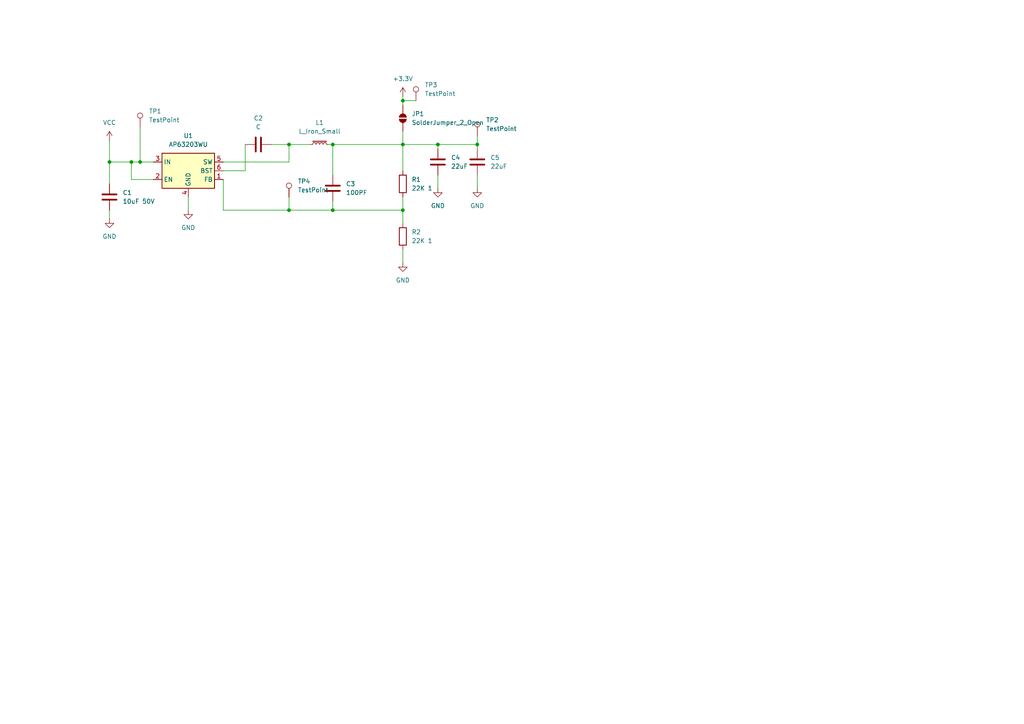
<source format=kicad_sch>
(kicad_sch
	(version 20231120)
	(generator "eeschema")
	(generator_version "8.0")
	(uuid "ed6a9fca-0d02-478b-9b2b-74985ce58bd4")
	(paper "A4")
	(lib_symbols
		(symbol "Connector:TestPoint"
			(pin_numbers hide)
			(pin_names
				(offset 0.762) hide)
			(exclude_from_sim no)
			(in_bom yes)
			(on_board yes)
			(property "Reference" "TP"
				(at 0 6.858 0)
				(effects
					(font
						(size 1.27 1.27)
					)
				)
			)
			(property "Value" "TestPoint"
				(at 0 5.08 0)
				(effects
					(font
						(size 1.27 1.27)
					)
				)
			)
			(property "Footprint" ""
				(at 5.08 0 0)
				(effects
					(font
						(size 1.27 1.27)
					)
					(hide yes)
				)
			)
			(property "Datasheet" "~"
				(at 5.08 0 0)
				(effects
					(font
						(size 1.27 1.27)
					)
					(hide yes)
				)
			)
			(property "Description" "test point"
				(at 0 0 0)
				(effects
					(font
						(size 1.27 1.27)
					)
					(hide yes)
				)
			)
			(property "ki_keywords" "test point tp"
				(at 0 0 0)
				(effects
					(font
						(size 1.27 1.27)
					)
					(hide yes)
				)
			)
			(property "ki_fp_filters" "Pin* Test*"
				(at 0 0 0)
				(effects
					(font
						(size 1.27 1.27)
					)
					(hide yes)
				)
			)
			(symbol "TestPoint_0_1"
				(circle
					(center 0 3.302)
					(radius 0.762)
					(stroke
						(width 0)
						(type default)
					)
					(fill
						(type none)
					)
				)
			)
			(symbol "TestPoint_1_1"
				(pin passive line
					(at 0 0 90)
					(length 2.54)
					(name "1"
						(effects
							(font
								(size 1.27 1.27)
							)
						)
					)
					(number "1"
						(effects
							(font
								(size 1.27 1.27)
							)
						)
					)
				)
			)
		)
		(symbol "Device:C"
			(pin_numbers hide)
			(pin_names
				(offset 0.254)
			)
			(exclude_from_sim no)
			(in_bom yes)
			(on_board yes)
			(property "Reference" "C"
				(at 0.635 2.54 0)
				(effects
					(font
						(size 1.27 1.27)
					)
					(justify left)
				)
			)
			(property "Value" "C"
				(at 0.635 -2.54 0)
				(effects
					(font
						(size 1.27 1.27)
					)
					(justify left)
				)
			)
			(property "Footprint" ""
				(at 0.9652 -3.81 0)
				(effects
					(font
						(size 1.27 1.27)
					)
					(hide yes)
				)
			)
			(property "Datasheet" "~"
				(at 0 0 0)
				(effects
					(font
						(size 1.27 1.27)
					)
					(hide yes)
				)
			)
			(property "Description" "Unpolarized capacitor"
				(at 0 0 0)
				(effects
					(font
						(size 1.27 1.27)
					)
					(hide yes)
				)
			)
			(property "ki_keywords" "cap capacitor"
				(at 0 0 0)
				(effects
					(font
						(size 1.27 1.27)
					)
					(hide yes)
				)
			)
			(property "ki_fp_filters" "C_*"
				(at 0 0 0)
				(effects
					(font
						(size 1.27 1.27)
					)
					(hide yes)
				)
			)
			(symbol "C_0_1"
				(polyline
					(pts
						(xy -2.032 -0.762) (xy 2.032 -0.762)
					)
					(stroke
						(width 0.508)
						(type default)
					)
					(fill
						(type none)
					)
				)
				(polyline
					(pts
						(xy -2.032 0.762) (xy 2.032 0.762)
					)
					(stroke
						(width 0.508)
						(type default)
					)
					(fill
						(type none)
					)
				)
			)
			(symbol "C_1_1"
				(pin passive line
					(at 0 3.81 270)
					(length 2.794)
					(name "~"
						(effects
							(font
								(size 1.27 1.27)
							)
						)
					)
					(number "1"
						(effects
							(font
								(size 1.27 1.27)
							)
						)
					)
				)
				(pin passive line
					(at 0 -3.81 90)
					(length 2.794)
					(name "~"
						(effects
							(font
								(size 1.27 1.27)
							)
						)
					)
					(number "2"
						(effects
							(font
								(size 1.27 1.27)
							)
						)
					)
				)
			)
		)
		(symbol "Device:L_Iron_Small"
			(pin_numbers hide)
			(pin_names
				(offset 0.254) hide)
			(exclude_from_sim no)
			(in_bom yes)
			(on_board yes)
			(property "Reference" "L"
				(at 1.27 1.016 0)
				(effects
					(font
						(size 1.27 1.27)
					)
					(justify left)
				)
			)
			(property "Value" "L_Iron_Small"
				(at 1.27 -1.27 0)
				(effects
					(font
						(size 1.27 1.27)
					)
					(justify left)
				)
			)
			(property "Footprint" ""
				(at 0 0 0)
				(effects
					(font
						(size 1.27 1.27)
					)
					(hide yes)
				)
			)
			(property "Datasheet" "~"
				(at 0 0 0)
				(effects
					(font
						(size 1.27 1.27)
					)
					(hide yes)
				)
			)
			(property "Description" "Inductor with iron core, small symbol"
				(at 0 0 0)
				(effects
					(font
						(size 1.27 1.27)
					)
					(hide yes)
				)
			)
			(property "ki_keywords" "inductor choke coil reactor magnetic"
				(at 0 0 0)
				(effects
					(font
						(size 1.27 1.27)
					)
					(hide yes)
				)
			)
			(property "ki_fp_filters" "Choke_* *Coil* Inductor_* L_*"
				(at 0 0 0)
				(effects
					(font
						(size 1.27 1.27)
					)
					(hide yes)
				)
			)
			(symbol "L_Iron_Small_0_1"
				(arc
					(start 0 -2.032)
					(mid 0.5058 -1.524)
					(end 0 -1.016)
					(stroke
						(width 0)
						(type default)
					)
					(fill
						(type none)
					)
				)
				(arc
					(start 0 -1.016)
					(mid 0.5058 -0.508)
					(end 0 0)
					(stroke
						(width 0)
						(type default)
					)
					(fill
						(type none)
					)
				)
				(polyline
					(pts
						(xy 0.762 2.032) (xy 0.762 -2.032)
					)
					(stroke
						(width 0)
						(type default)
					)
					(fill
						(type none)
					)
				)
				(polyline
					(pts
						(xy 1.016 -2.032) (xy 1.016 2.032)
					)
					(stroke
						(width 0)
						(type default)
					)
					(fill
						(type none)
					)
				)
				(arc
					(start 0 0)
					(mid 0.5058 0.508)
					(end 0 1.016)
					(stroke
						(width 0)
						(type default)
					)
					(fill
						(type none)
					)
				)
				(arc
					(start 0 1.016)
					(mid 0.5058 1.524)
					(end 0 2.032)
					(stroke
						(width 0)
						(type default)
					)
					(fill
						(type none)
					)
				)
			)
			(symbol "L_Iron_Small_1_1"
				(pin passive line
					(at 0 2.54 270)
					(length 0.508)
					(name "~"
						(effects
							(font
								(size 1.27 1.27)
							)
						)
					)
					(number "1"
						(effects
							(font
								(size 1.27 1.27)
							)
						)
					)
				)
				(pin passive line
					(at 0 -2.54 90)
					(length 0.508)
					(name "~"
						(effects
							(font
								(size 1.27 1.27)
							)
						)
					)
					(number "2"
						(effects
							(font
								(size 1.27 1.27)
							)
						)
					)
				)
			)
		)
		(symbol "Device:R"
			(pin_numbers hide)
			(pin_names
				(offset 0)
			)
			(exclude_from_sim no)
			(in_bom yes)
			(on_board yes)
			(property "Reference" "R"
				(at 2.032 0 90)
				(effects
					(font
						(size 1.27 1.27)
					)
				)
			)
			(property "Value" "R"
				(at 0 0 90)
				(effects
					(font
						(size 1.27 1.27)
					)
				)
			)
			(property "Footprint" ""
				(at -1.778 0 90)
				(effects
					(font
						(size 1.27 1.27)
					)
					(hide yes)
				)
			)
			(property "Datasheet" "~"
				(at 0 0 0)
				(effects
					(font
						(size 1.27 1.27)
					)
					(hide yes)
				)
			)
			(property "Description" "Resistor"
				(at 0 0 0)
				(effects
					(font
						(size 1.27 1.27)
					)
					(hide yes)
				)
			)
			(property "ki_keywords" "R res resistor"
				(at 0 0 0)
				(effects
					(font
						(size 1.27 1.27)
					)
					(hide yes)
				)
			)
			(property "ki_fp_filters" "R_*"
				(at 0 0 0)
				(effects
					(font
						(size 1.27 1.27)
					)
					(hide yes)
				)
			)
			(symbol "R_0_1"
				(rectangle
					(start -1.016 -2.54)
					(end 1.016 2.54)
					(stroke
						(width 0.254)
						(type default)
					)
					(fill
						(type none)
					)
				)
			)
			(symbol "R_1_1"
				(pin passive line
					(at 0 3.81 270)
					(length 1.27)
					(name "~"
						(effects
							(font
								(size 1.27 1.27)
							)
						)
					)
					(number "1"
						(effects
							(font
								(size 1.27 1.27)
							)
						)
					)
				)
				(pin passive line
					(at 0 -3.81 90)
					(length 1.27)
					(name "~"
						(effects
							(font
								(size 1.27 1.27)
							)
						)
					)
					(number "2"
						(effects
							(font
								(size 1.27 1.27)
							)
						)
					)
				)
			)
		)
		(symbol "Jumper:SolderJumper_2_Open"
			(pin_numbers hide)
			(pin_names
				(offset 0) hide)
			(exclude_from_sim yes)
			(in_bom no)
			(on_board yes)
			(property "Reference" "JP"
				(at 0 2.032 0)
				(effects
					(font
						(size 1.27 1.27)
					)
				)
			)
			(property "Value" "SolderJumper_2_Open"
				(at 0 -2.54 0)
				(effects
					(font
						(size 1.27 1.27)
					)
				)
			)
			(property "Footprint" ""
				(at 0 0 0)
				(effects
					(font
						(size 1.27 1.27)
					)
					(hide yes)
				)
			)
			(property "Datasheet" "~"
				(at 0 0 0)
				(effects
					(font
						(size 1.27 1.27)
					)
					(hide yes)
				)
			)
			(property "Description" "Solder Jumper, 2-pole, open"
				(at 0 0 0)
				(effects
					(font
						(size 1.27 1.27)
					)
					(hide yes)
				)
			)
			(property "ki_keywords" "solder jumper SPST"
				(at 0 0 0)
				(effects
					(font
						(size 1.27 1.27)
					)
					(hide yes)
				)
			)
			(property "ki_fp_filters" "SolderJumper*Open*"
				(at 0 0 0)
				(effects
					(font
						(size 1.27 1.27)
					)
					(hide yes)
				)
			)
			(symbol "SolderJumper_2_Open_0_1"
				(arc
					(start -0.254 1.016)
					(mid -1.2656 0)
					(end -0.254 -1.016)
					(stroke
						(width 0)
						(type default)
					)
					(fill
						(type none)
					)
				)
				(arc
					(start -0.254 1.016)
					(mid -1.2656 0)
					(end -0.254 -1.016)
					(stroke
						(width 0)
						(type default)
					)
					(fill
						(type outline)
					)
				)
				(polyline
					(pts
						(xy -0.254 1.016) (xy -0.254 -1.016)
					)
					(stroke
						(width 0)
						(type default)
					)
					(fill
						(type none)
					)
				)
				(polyline
					(pts
						(xy 0.254 1.016) (xy 0.254 -1.016)
					)
					(stroke
						(width 0)
						(type default)
					)
					(fill
						(type none)
					)
				)
				(arc
					(start 0.254 -1.016)
					(mid 1.2656 0)
					(end 0.254 1.016)
					(stroke
						(width 0)
						(type default)
					)
					(fill
						(type none)
					)
				)
				(arc
					(start 0.254 -1.016)
					(mid 1.2656 0)
					(end 0.254 1.016)
					(stroke
						(width 0)
						(type default)
					)
					(fill
						(type outline)
					)
				)
			)
			(symbol "SolderJumper_2_Open_1_1"
				(pin passive line
					(at -3.81 0 0)
					(length 2.54)
					(name "A"
						(effects
							(font
								(size 1.27 1.27)
							)
						)
					)
					(number "1"
						(effects
							(font
								(size 1.27 1.27)
							)
						)
					)
				)
				(pin passive line
					(at 3.81 0 180)
					(length 2.54)
					(name "B"
						(effects
							(font
								(size 1.27 1.27)
							)
						)
					)
					(number "2"
						(effects
							(font
								(size 1.27 1.27)
							)
						)
					)
				)
			)
		)
		(symbol "Regulator_Switching:AP63203WU"
			(exclude_from_sim no)
			(in_bom yes)
			(on_board yes)
			(property "Reference" "U"
				(at -7.62 6.35 0)
				(effects
					(font
						(size 1.27 1.27)
					)
				)
			)
			(property "Value" "AP63203WU"
				(at 2.54 6.35 0)
				(effects
					(font
						(size 1.27 1.27)
					)
				)
			)
			(property "Footprint" "Package_TO_SOT_SMD:TSOT-23-6"
				(at 0 -22.86 0)
				(effects
					(font
						(size 1.27 1.27)
					)
					(hide yes)
				)
			)
			(property "Datasheet" "https://www.diodes.com/assets/Datasheets/AP63200-AP63201-AP63203-AP63205.pdf"
				(at 0 0 0)
				(effects
					(font
						(size 1.27 1.27)
					)
					(hide yes)
				)
			)
			(property "Description" "2A, 1.1MHz Buck DC/DC Converter, fixed 3.3V output voltage, TSOT-23-6"
				(at 0 0 0)
				(effects
					(font
						(size 1.27 1.27)
					)
					(hide yes)
				)
			)
			(property "ki_keywords" "2A Buck DC/DC"
				(at 0 0 0)
				(effects
					(font
						(size 1.27 1.27)
					)
					(hide yes)
				)
			)
			(property "ki_fp_filters" "TSOT?23*"
				(at 0 0 0)
				(effects
					(font
						(size 1.27 1.27)
					)
					(hide yes)
				)
			)
			(symbol "AP63203WU_0_1"
				(rectangle
					(start -7.62 5.08)
					(end 7.62 -5.08)
					(stroke
						(width 0.254)
						(type default)
					)
					(fill
						(type background)
					)
				)
			)
			(symbol "AP63203WU_1_1"
				(pin input line
					(at 10.16 -2.54 180)
					(length 2.54)
					(name "FB"
						(effects
							(font
								(size 1.27 1.27)
							)
						)
					)
					(number "1"
						(effects
							(font
								(size 1.27 1.27)
							)
						)
					)
				)
				(pin input line
					(at -10.16 -2.54 0)
					(length 2.54)
					(name "EN"
						(effects
							(font
								(size 1.27 1.27)
							)
						)
					)
					(number "2"
						(effects
							(font
								(size 1.27 1.27)
							)
						)
					)
				)
				(pin power_in line
					(at -10.16 2.54 0)
					(length 2.54)
					(name "IN"
						(effects
							(font
								(size 1.27 1.27)
							)
						)
					)
					(number "3"
						(effects
							(font
								(size 1.27 1.27)
							)
						)
					)
				)
				(pin power_in line
					(at 0 -7.62 90)
					(length 2.54)
					(name "GND"
						(effects
							(font
								(size 1.27 1.27)
							)
						)
					)
					(number "4"
						(effects
							(font
								(size 1.27 1.27)
							)
						)
					)
				)
				(pin output line
					(at 10.16 2.54 180)
					(length 2.54)
					(name "SW"
						(effects
							(font
								(size 1.27 1.27)
							)
						)
					)
					(number "5"
						(effects
							(font
								(size 1.27 1.27)
							)
						)
					)
				)
				(pin passive line
					(at 10.16 0 180)
					(length 2.54)
					(name "BST"
						(effects
							(font
								(size 1.27 1.27)
							)
						)
					)
					(number "6"
						(effects
							(font
								(size 1.27 1.27)
							)
						)
					)
				)
			)
		)
		(symbol "power:+3.3V"
			(power)
			(pin_numbers hide)
			(pin_names
				(offset 0) hide)
			(exclude_from_sim no)
			(in_bom yes)
			(on_board yes)
			(property "Reference" "#PWR"
				(at 0 -3.81 0)
				(effects
					(font
						(size 1.27 1.27)
					)
					(hide yes)
				)
			)
			(property "Value" "+3.3V"
				(at 0 3.556 0)
				(effects
					(font
						(size 1.27 1.27)
					)
				)
			)
			(property "Footprint" ""
				(at 0 0 0)
				(effects
					(font
						(size 1.27 1.27)
					)
					(hide yes)
				)
			)
			(property "Datasheet" ""
				(at 0 0 0)
				(effects
					(font
						(size 1.27 1.27)
					)
					(hide yes)
				)
			)
			(property "Description" "Power symbol creates a global label with name \"+3.3V\""
				(at 0 0 0)
				(effects
					(font
						(size 1.27 1.27)
					)
					(hide yes)
				)
			)
			(property "ki_keywords" "global power"
				(at 0 0 0)
				(effects
					(font
						(size 1.27 1.27)
					)
					(hide yes)
				)
			)
			(symbol "+3.3V_0_1"
				(polyline
					(pts
						(xy -0.762 1.27) (xy 0 2.54)
					)
					(stroke
						(width 0)
						(type default)
					)
					(fill
						(type none)
					)
				)
				(polyline
					(pts
						(xy 0 0) (xy 0 2.54)
					)
					(stroke
						(width 0)
						(type default)
					)
					(fill
						(type none)
					)
				)
				(polyline
					(pts
						(xy 0 2.54) (xy 0.762 1.27)
					)
					(stroke
						(width 0)
						(type default)
					)
					(fill
						(type none)
					)
				)
			)
			(symbol "+3.3V_1_1"
				(pin power_in line
					(at 0 0 90)
					(length 0)
					(name "~"
						(effects
							(font
								(size 1.27 1.27)
							)
						)
					)
					(number "1"
						(effects
							(font
								(size 1.27 1.27)
							)
						)
					)
				)
			)
		)
		(symbol "power:GND"
			(power)
			(pin_numbers hide)
			(pin_names
				(offset 0) hide)
			(exclude_from_sim no)
			(in_bom yes)
			(on_board yes)
			(property "Reference" "#PWR"
				(at 0 -6.35 0)
				(effects
					(font
						(size 1.27 1.27)
					)
					(hide yes)
				)
			)
			(property "Value" "GND"
				(at 0 -3.81 0)
				(effects
					(font
						(size 1.27 1.27)
					)
				)
			)
			(property "Footprint" ""
				(at 0 0 0)
				(effects
					(font
						(size 1.27 1.27)
					)
					(hide yes)
				)
			)
			(property "Datasheet" ""
				(at 0 0 0)
				(effects
					(font
						(size 1.27 1.27)
					)
					(hide yes)
				)
			)
			(property "Description" "Power symbol creates a global label with name \"GND\" , ground"
				(at 0 0 0)
				(effects
					(font
						(size 1.27 1.27)
					)
					(hide yes)
				)
			)
			(property "ki_keywords" "global power"
				(at 0 0 0)
				(effects
					(font
						(size 1.27 1.27)
					)
					(hide yes)
				)
			)
			(symbol "GND_0_1"
				(polyline
					(pts
						(xy 0 0) (xy 0 -1.27) (xy 1.27 -1.27) (xy 0 -2.54) (xy -1.27 -1.27) (xy 0 -1.27)
					)
					(stroke
						(width 0)
						(type default)
					)
					(fill
						(type none)
					)
				)
			)
			(symbol "GND_1_1"
				(pin power_in line
					(at 0 0 270)
					(length 0)
					(name "~"
						(effects
							(font
								(size 1.27 1.27)
							)
						)
					)
					(number "1"
						(effects
							(font
								(size 1.27 1.27)
							)
						)
					)
				)
			)
		)
		(symbol "power:VCC"
			(power)
			(pin_numbers hide)
			(pin_names
				(offset 0) hide)
			(exclude_from_sim no)
			(in_bom yes)
			(on_board yes)
			(property "Reference" "#PWR"
				(at 0 -3.81 0)
				(effects
					(font
						(size 1.27 1.27)
					)
					(hide yes)
				)
			)
			(property "Value" "VCC"
				(at 0 3.556 0)
				(effects
					(font
						(size 1.27 1.27)
					)
				)
			)
			(property "Footprint" ""
				(at 0 0 0)
				(effects
					(font
						(size 1.27 1.27)
					)
					(hide yes)
				)
			)
			(property "Datasheet" ""
				(at 0 0 0)
				(effects
					(font
						(size 1.27 1.27)
					)
					(hide yes)
				)
			)
			(property "Description" "Power symbol creates a global label with name \"VCC\""
				(at 0 0 0)
				(effects
					(font
						(size 1.27 1.27)
					)
					(hide yes)
				)
			)
			(property "ki_keywords" "global power"
				(at 0 0 0)
				(effects
					(font
						(size 1.27 1.27)
					)
					(hide yes)
				)
			)
			(symbol "VCC_0_1"
				(polyline
					(pts
						(xy -0.762 1.27) (xy 0 2.54)
					)
					(stroke
						(width 0)
						(type default)
					)
					(fill
						(type none)
					)
				)
				(polyline
					(pts
						(xy 0 0) (xy 0 2.54)
					)
					(stroke
						(width 0)
						(type default)
					)
					(fill
						(type none)
					)
				)
				(polyline
					(pts
						(xy 0 2.54) (xy 0.762 1.27)
					)
					(stroke
						(width 0)
						(type default)
					)
					(fill
						(type none)
					)
				)
			)
			(symbol "VCC_1_1"
				(pin power_in line
					(at 0 0 90)
					(length 0)
					(name "~"
						(effects
							(font
								(size 1.27 1.27)
							)
						)
					)
					(number "1"
						(effects
							(font
								(size 1.27 1.27)
							)
						)
					)
				)
			)
		)
	)
	(junction
		(at 96.52 41.91)
		(diameter 0)
		(color 0 0 0 0)
		(uuid "1cd8fab9-6198-4ccc-acf1-9d6c31055277")
	)
	(junction
		(at 96.52 60.96)
		(diameter 0)
		(color 0 0 0 0)
		(uuid "2203bf79-d315-417e-9374-2adb4dd881ca")
	)
	(junction
		(at 116.84 29.21)
		(diameter 0)
		(color 0 0 0 0)
		(uuid "48f6e21a-81c4-4ea3-9e9a-809aaa33fdc1")
	)
	(junction
		(at 38.1 46.99)
		(diameter 0)
		(color 0 0 0 0)
		(uuid "542cdecd-e90c-4f1c-995c-7a29056a2c05")
	)
	(junction
		(at 31.75 46.99)
		(diameter 0)
		(color 0 0 0 0)
		(uuid "6b7d5869-21b9-47df-88bd-469ffb9f4aaa")
	)
	(junction
		(at 40.64 46.99)
		(diameter 0)
		(color 0 0 0 0)
		(uuid "abd86868-4134-4682-9473-390d9225133e")
	)
	(junction
		(at 138.43 41.91)
		(diameter 0)
		(color 0 0 0 0)
		(uuid "bb4c96b6-1a91-45e4-8516-f86063bb73c9")
	)
	(junction
		(at 127 41.91)
		(diameter 0)
		(color 0 0 0 0)
		(uuid "cf8a3ccb-44bf-434b-ae2f-5a3bd9413075")
	)
	(junction
		(at 83.82 41.91)
		(diameter 0)
		(color 0 0 0 0)
		(uuid "d55903dd-3418-4c79-ac76-851646c88a88")
	)
	(junction
		(at 83.82 60.96)
		(diameter 0)
		(color 0 0 0 0)
		(uuid "e5f20287-cd25-452a-b97b-6045f554fb5a")
	)
	(junction
		(at 116.84 60.96)
		(diameter 0)
		(color 0 0 0 0)
		(uuid "e97efd42-afce-4c06-b661-2aa2499dd55f")
	)
	(junction
		(at 116.84 41.91)
		(diameter 0)
		(color 0 0 0 0)
		(uuid "ec1b5a2d-0ee1-4214-a114-e676610ee396")
	)
	(wire
		(pts
			(xy 54.61 57.15) (xy 54.61 60.96)
		)
		(stroke
			(width 0)
			(type default)
		)
		(uuid "0262ab21-70a0-40b2-9c9b-ec0d9bf4793d")
	)
	(wire
		(pts
			(xy 95.25 41.91) (xy 96.52 41.91)
		)
		(stroke
			(width 0)
			(type default)
		)
		(uuid "156c4c33-7574-47b2-a835-b8851eb7ef95")
	)
	(wire
		(pts
			(xy 138.43 39.37) (xy 138.43 41.91)
		)
		(stroke
			(width 0)
			(type default)
		)
		(uuid "15db2b0a-6519-452c-ba28-f29a7def8569")
	)
	(wire
		(pts
			(xy 127 41.91) (xy 116.84 41.91)
		)
		(stroke
			(width 0)
			(type default)
		)
		(uuid "1e2949d4-4b75-4240-adf4-15ce66147611")
	)
	(wire
		(pts
			(xy 116.84 60.96) (xy 116.84 64.77)
		)
		(stroke
			(width 0)
			(type default)
		)
		(uuid "20181f2c-b0a7-49fd-a49a-946b7c3a85d9")
	)
	(wire
		(pts
			(xy 38.1 52.07) (xy 38.1 46.99)
		)
		(stroke
			(width 0)
			(type default)
		)
		(uuid "2af0c1a4-5256-4131-ac8f-ba98b8217fe3")
	)
	(wire
		(pts
			(xy 78.74 41.91) (xy 83.82 41.91)
		)
		(stroke
			(width 0)
			(type default)
		)
		(uuid "3fbf4d07-a6a3-4137-a569-4269f7d1515e")
	)
	(wire
		(pts
			(xy 138.43 50.8) (xy 138.43 54.61)
		)
		(stroke
			(width 0)
			(type default)
		)
		(uuid "43edd090-973f-49af-aaa9-d963fd439adb")
	)
	(wire
		(pts
			(xy 116.84 41.91) (xy 96.52 41.91)
		)
		(stroke
			(width 0)
			(type default)
		)
		(uuid "4588a483-e482-40da-997c-0a2b75d4fd3f")
	)
	(wire
		(pts
			(xy 127 50.8) (xy 127 54.61)
		)
		(stroke
			(width 0)
			(type default)
		)
		(uuid "4a94a5c0-bd10-4651-bb16-29a5ff1bda5c")
	)
	(wire
		(pts
			(xy 138.43 43.18) (xy 138.43 41.91)
		)
		(stroke
			(width 0)
			(type default)
		)
		(uuid "56633e07-0c9a-4a78-a2f2-2f6eb26526aa")
	)
	(wire
		(pts
			(xy 96.52 58.42) (xy 96.52 60.96)
		)
		(stroke
			(width 0)
			(type default)
		)
		(uuid "5b26ddfb-7b66-45f7-84db-a2b87bc61d1c")
	)
	(wire
		(pts
			(xy 44.45 46.99) (xy 40.64 46.99)
		)
		(stroke
			(width 0)
			(type default)
		)
		(uuid "676b70c7-90af-4477-920b-8afe61f4de42")
	)
	(wire
		(pts
			(xy 40.64 46.99) (xy 38.1 46.99)
		)
		(stroke
			(width 0)
			(type default)
		)
		(uuid "71567451-3a19-4f4c-95b7-b6f7b4e8cfac")
	)
	(wire
		(pts
			(xy 64.77 49.53) (xy 71.12 49.53)
		)
		(stroke
			(width 0)
			(type default)
		)
		(uuid "72f15fad-1523-403a-aede-091ed65c0954")
	)
	(wire
		(pts
			(xy 83.82 41.91) (xy 90.17 41.91)
		)
		(stroke
			(width 0)
			(type default)
		)
		(uuid "75bd28b7-fb5b-4754-b717-3e6ab0e46dce")
	)
	(wire
		(pts
			(xy 116.84 27.94) (xy 116.84 29.21)
		)
		(stroke
			(width 0)
			(type default)
		)
		(uuid "775d6a11-56cd-4b52-974e-0b0f6a39c281")
	)
	(wire
		(pts
			(xy 127 43.18) (xy 127 41.91)
		)
		(stroke
			(width 0)
			(type default)
		)
		(uuid "8936feae-6cc6-4714-92e4-f0180fa684b2")
	)
	(wire
		(pts
			(xy 31.75 60.96) (xy 31.75 63.5)
		)
		(stroke
			(width 0)
			(type default)
		)
		(uuid "93e7e171-a14b-46df-9196-070ccd38c242")
	)
	(wire
		(pts
			(xy 64.77 60.96) (xy 64.77 52.07)
		)
		(stroke
			(width 0)
			(type default)
		)
		(uuid "957f19ca-4032-4989-8f08-1d533449467e")
	)
	(wire
		(pts
			(xy 116.84 60.96) (xy 96.52 60.96)
		)
		(stroke
			(width 0)
			(type default)
		)
		(uuid "9693e463-6ea8-4faf-aeeb-4cd297b37c1a")
	)
	(wire
		(pts
			(xy 116.84 41.91) (xy 116.84 49.53)
		)
		(stroke
			(width 0)
			(type default)
		)
		(uuid "98237041-85b3-4dad-acca-f237ad03b52a")
	)
	(wire
		(pts
			(xy 116.84 29.21) (xy 116.84 30.48)
		)
		(stroke
			(width 0)
			(type default)
		)
		(uuid "a5bb5c1d-c568-4cf3-8ff5-d4da7febeef0")
	)
	(wire
		(pts
			(xy 83.82 57.15) (xy 83.82 60.96)
		)
		(stroke
			(width 0)
			(type default)
		)
		(uuid "aa403389-3eda-4e43-9dd8-95e89b1907f2")
	)
	(wire
		(pts
			(xy 71.12 49.53) (xy 71.12 41.91)
		)
		(stroke
			(width 0)
			(type default)
		)
		(uuid "acd93270-e302-44a6-a8cf-53d394ed70f4")
	)
	(wire
		(pts
			(xy 116.84 76.2) (xy 116.84 72.39)
		)
		(stroke
			(width 0)
			(type default)
		)
		(uuid "ad65993d-d910-4bce-826b-2d190fa8a38a")
	)
	(wire
		(pts
			(xy 83.82 60.96) (xy 64.77 60.96)
		)
		(stroke
			(width 0)
			(type default)
		)
		(uuid "b25809ed-b1cf-46ca-830d-86478897885d")
	)
	(wire
		(pts
			(xy 96.52 60.96) (xy 83.82 60.96)
		)
		(stroke
			(width 0)
			(type default)
		)
		(uuid "b5c9a231-d8b6-401f-98c6-2e9c8c6d5e64")
	)
	(wire
		(pts
			(xy 31.75 46.99) (xy 31.75 53.34)
		)
		(stroke
			(width 0)
			(type default)
		)
		(uuid "b7adb5fa-52cf-4d74-9163-ce0b19f312b5")
	)
	(wire
		(pts
			(xy 96.52 41.91) (xy 96.52 50.8)
		)
		(stroke
			(width 0)
			(type default)
		)
		(uuid "b9ce08dd-bc7a-4e96-ba6c-a39da8d0dedb")
	)
	(wire
		(pts
			(xy 38.1 46.99) (xy 31.75 46.99)
		)
		(stroke
			(width 0)
			(type default)
		)
		(uuid "c1bebeaa-b12a-4ac2-8111-201babf734e1")
	)
	(wire
		(pts
			(xy 116.84 38.1) (xy 116.84 41.91)
		)
		(stroke
			(width 0)
			(type default)
		)
		(uuid "c6bfe9a0-d92b-46ab-8cb3-97b834839816")
	)
	(wire
		(pts
			(xy 31.75 40.64) (xy 31.75 46.99)
		)
		(stroke
			(width 0)
			(type default)
		)
		(uuid "d6a0660c-9737-4009-9904-080b20fed6ed")
	)
	(wire
		(pts
			(xy 116.84 60.96) (xy 116.84 57.15)
		)
		(stroke
			(width 0)
			(type default)
		)
		(uuid "da2532bf-89f1-4bf8-a8e1-654a2fdbba39")
	)
	(wire
		(pts
			(xy 64.77 46.99) (xy 83.82 46.99)
		)
		(stroke
			(width 0)
			(type default)
		)
		(uuid "dea9b126-9b5f-4937-aa13-527140710e42")
	)
	(wire
		(pts
			(xy 138.43 41.91) (xy 127 41.91)
		)
		(stroke
			(width 0)
			(type default)
		)
		(uuid "e458ecd0-4e99-4a70-af3b-75f7e37f1c83")
	)
	(wire
		(pts
			(xy 40.64 36.83) (xy 40.64 46.99)
		)
		(stroke
			(width 0)
			(type default)
		)
		(uuid "eaf45c55-49ed-45d5-899e-ac4f9c8ef6fe")
	)
	(wire
		(pts
			(xy 116.84 29.21) (xy 120.65 29.21)
		)
		(stroke
			(width 0)
			(type default)
		)
		(uuid "edd2a8e5-3d0b-44c3-b189-61817027d652")
	)
	(wire
		(pts
			(xy 44.45 52.07) (xy 38.1 52.07)
		)
		(stroke
			(width 0)
			(type default)
		)
		(uuid "f5e75e2c-648c-4009-bb5b-aac0f98199b9")
	)
	(wire
		(pts
			(xy 83.82 46.99) (xy 83.82 41.91)
		)
		(stroke
			(width 0)
			(type default)
		)
		(uuid "fcdafbdb-0885-403f-8973-8d400a9b3241")
	)
	(symbol
		(lib_id "power:GND")
		(at 116.84 76.2 0)
		(unit 1)
		(exclude_from_sim no)
		(in_bom yes)
		(on_board yes)
		(dnp no)
		(fields_autoplaced yes)
		(uuid "0c2a169c-8670-49e1-b014-aabb6cdaeaf7")
		(property "Reference" "#PWR09"
			(at 116.84 82.55 0)
			(effects
				(font
					(size 1.27 1.27)
				)
				(hide yes)
			)
		)
		(property "Value" "GND"
			(at 116.84 81.28 0)
			(effects
				(font
					(size 1.27 1.27)
				)
			)
		)
		(property "Footprint" ""
			(at 116.84 76.2 0)
			(effects
				(font
					(size 1.27 1.27)
				)
				(hide yes)
			)
		)
		(property "Datasheet" ""
			(at 116.84 76.2 0)
			(effects
				(font
					(size 1.27 1.27)
				)
				(hide yes)
			)
		)
		(property "Description" "Power symbol creates a global label with name \"GND\" , ground"
			(at 116.84 76.2 0)
			(effects
				(font
					(size 1.27 1.27)
				)
				(hide yes)
			)
		)
		(pin "1"
			(uuid "edb56545-2a99-4794-af9d-858893a212a3")
		)
		(instances
			(project "avance del proyecto"
				(path "/44bebede-d1a5-43dd-a7cd-aec497c9e8a5/bfc6083d-419d-4fe5-991d-703efec7beb7/965f40fa-15fa-434f-8f26-403867dd1ecb"
					(reference "#PWR09")
					(unit 1)
				)
			)
		)
	)
	(symbol
		(lib_id "Connector:TestPoint")
		(at 40.64 36.83 0)
		(unit 1)
		(exclude_from_sim no)
		(in_bom yes)
		(on_board yes)
		(dnp no)
		(fields_autoplaced yes)
		(uuid "1a24b060-de09-49e2-b1e9-6b02b22ba288")
		(property "Reference" "TP1"
			(at 43.18 32.2579 0)
			(effects
				(font
					(size 1.27 1.27)
				)
				(justify left)
			)
		)
		(property "Value" "TestPoint"
			(at 43.18 34.7979 0)
			(effects
				(font
					(size 1.27 1.27)
				)
				(justify left)
			)
		)
		(property "Footprint" ""
			(at 45.72 36.83 0)
			(effects
				(font
					(size 1.27 1.27)
				)
				(hide yes)
			)
		)
		(property "Datasheet" "~"
			(at 45.72 36.83 0)
			(effects
				(font
					(size 1.27 1.27)
				)
				(hide yes)
			)
		)
		(property "Description" "test point"
			(at 40.64 36.83 0)
			(effects
				(font
					(size 1.27 1.27)
				)
				(hide yes)
			)
		)
		(pin "1"
			(uuid "577e8997-d688-41e6-8851-3d7e235162f1")
		)
		(instances
			(project "avance del proyecto"
				(path "/44bebede-d1a5-43dd-a7cd-aec497c9e8a5/bfc6083d-419d-4fe5-991d-703efec7beb7/965f40fa-15fa-434f-8f26-403867dd1ecb"
					(reference "TP1")
					(unit 1)
				)
			)
		)
	)
	(symbol
		(lib_id "Device:R")
		(at 116.84 68.58 0)
		(unit 1)
		(exclude_from_sim no)
		(in_bom yes)
		(on_board yes)
		(dnp no)
		(fields_autoplaced yes)
		(uuid "209ddc92-116d-4405-8731-504710af1cb4")
		(property "Reference" "R2"
			(at 119.38 67.3099 0)
			(effects
				(font
					(size 1.27 1.27)
				)
				(justify left)
			)
		)
		(property "Value" "22K 1"
			(at 119.38 69.8499 0)
			(effects
				(font
					(size 1.27 1.27)
				)
				(justify left)
			)
		)
		(property "Footprint" "Resistor_SMD:R_1206_3216Metric"
			(at 115.062 68.58 90)
			(effects
				(font
					(size 1.27 1.27)
				)
				(hide yes)
			)
		)
		(property "Datasheet" "~"
			(at 116.84 68.58 0)
			(effects
				(font
					(size 1.27 1.27)
				)
				(hide yes)
			)
		)
		(property "Description" "Resistor"
			(at 116.84 68.58 0)
			(effects
				(font
					(size 1.27 1.27)
				)
				(hide yes)
			)
		)
		(pin "1"
			(uuid "4968f36b-46d5-43cf-9d38-0307a1d6534d")
		)
		(pin "2"
			(uuid "5d993da7-cdeb-4fe2-a85e-fae25598def2")
		)
		(instances
			(project "avance del proyecto"
				(path "/44bebede-d1a5-43dd-a7cd-aec497c9e8a5/bfc6083d-419d-4fe5-991d-703efec7beb7/965f40fa-15fa-434f-8f26-403867dd1ecb"
					(reference "R2")
					(unit 1)
				)
			)
		)
	)
	(symbol
		(lib_id "Regulator_Switching:AP63203WU")
		(at 54.61 49.53 0)
		(unit 1)
		(exclude_from_sim no)
		(in_bom yes)
		(on_board yes)
		(dnp no)
		(fields_autoplaced yes)
		(uuid "32692207-3aea-4a28-86ef-4b537a4cc9ec")
		(property "Reference" "U1"
			(at 54.61 39.37 0)
			(effects
				(font
					(size 1.27 1.27)
				)
			)
		)
		(property "Value" "AP63203WU"
			(at 54.61 41.91 0)
			(effects
				(font
					(size 1.27 1.27)
				)
			)
		)
		(property "Footprint" "Package_TO_SOT_SMD:TSOT-23-6"
			(at 54.61 72.39 0)
			(effects
				(font
					(size 1.27 1.27)
				)
				(hide yes)
			)
		)
		(property "Datasheet" "https://www.diodes.com/assets/Datasheets/AP63200-AP63201-AP63203-AP63205.pdf"
			(at 54.61 49.53 0)
			(effects
				(font
					(size 1.27 1.27)
				)
				(hide yes)
			)
		)
		(property "Description" "2A, 1.1MHz Buck DC/DC Converter, fixed 3.3V output voltage, TSOT-23-6"
			(at 54.61 49.53 0)
			(effects
				(font
					(size 1.27 1.27)
				)
				(hide yes)
			)
		)
		(pin "4"
			(uuid "cf39cdf8-68f8-49f5-88e8-dbf2406fd3aa")
		)
		(pin "6"
			(uuid "83cd5d04-ce41-4e3d-a666-3323f274d8c9")
		)
		(pin "1"
			(uuid "a4b39a6e-aaf9-4d79-a9c4-faec7c519f35")
		)
		(pin "5"
			(uuid "38e955c8-4c82-4074-9e4e-82f4e071add5")
		)
		(pin "2"
			(uuid "83fb3187-ee3e-49aa-ba85-672cae05faab")
		)
		(pin "3"
			(uuid "3adcf4e0-9436-42c2-99d7-9fbe7b9b6924")
		)
		(instances
			(project "avance del proyecto"
				(path "/44bebede-d1a5-43dd-a7cd-aec497c9e8a5/bfc6083d-419d-4fe5-991d-703efec7beb7/965f40fa-15fa-434f-8f26-403867dd1ecb"
					(reference "U1")
					(unit 1)
				)
			)
		)
	)
	(symbol
		(lib_id "Device:R")
		(at 116.84 53.34 0)
		(unit 1)
		(exclude_from_sim no)
		(in_bom yes)
		(on_board yes)
		(dnp no)
		(fields_autoplaced yes)
		(uuid "501111a9-df3b-49e3-9b8b-b13d6098bb89")
		(property "Reference" "R1"
			(at 119.38 52.0699 0)
			(effects
				(font
					(size 1.27 1.27)
				)
				(justify left)
			)
		)
		(property "Value" "22K 1"
			(at 119.38 54.6099 0)
			(effects
				(font
					(size 1.27 1.27)
				)
				(justify left)
			)
		)
		(property "Footprint" "Resistor_SMD:R_1206_3216Metric"
			(at 115.062 53.34 90)
			(effects
				(font
					(size 1.27 1.27)
				)
				(hide yes)
			)
		)
		(property "Datasheet" "~"
			(at 116.84 53.34 0)
			(effects
				(font
					(size 1.27 1.27)
				)
				(hide yes)
			)
		)
		(property "Description" "Resistor"
			(at 116.84 53.34 0)
			(effects
				(font
					(size 1.27 1.27)
				)
				(hide yes)
			)
		)
		(pin "1"
			(uuid "004b2e72-5fad-4240-b9a6-655c33da055b")
		)
		(pin "2"
			(uuid "64e0fdec-f058-4282-9095-ef25810520d8")
		)
		(instances
			(project "avance del proyecto"
				(path "/44bebede-d1a5-43dd-a7cd-aec497c9e8a5/bfc6083d-419d-4fe5-991d-703efec7beb7/965f40fa-15fa-434f-8f26-403867dd1ecb"
					(reference "R1")
					(unit 1)
				)
			)
		)
	)
	(symbol
		(lib_id "Device:C")
		(at 138.43 46.99 180)
		(unit 1)
		(exclude_from_sim no)
		(in_bom yes)
		(on_board yes)
		(dnp no)
		(fields_autoplaced yes)
		(uuid "54a43e95-7a63-444e-a336-bfb944bde02d")
		(property "Reference" "C5"
			(at 142.24 45.7199 0)
			(effects
				(font
					(size 1.27 1.27)
				)
				(justify right)
			)
		)
		(property "Value" "22uF"
			(at 142.24 48.2599 0)
			(effects
				(font
					(size 1.27 1.27)
				)
				(justify right)
			)
		)
		(property "Footprint" "Capacitor_SMD:C_1206_3216Metric"
			(at 137.4648 43.18 0)
			(effects
				(font
					(size 1.27 1.27)
				)
				(hide yes)
			)
		)
		(property "Datasheet" "~"
			(at 138.43 46.99 0)
			(effects
				(font
					(size 1.27 1.27)
				)
				(hide yes)
			)
		)
		(property "Description" "Unpolarized capacitor"
			(at 138.43 46.99 0)
			(effects
				(font
					(size 1.27 1.27)
				)
				(hide yes)
			)
		)
		(pin "1"
			(uuid "97cdebc4-7cf9-4060-85d0-1438bc075a6e")
		)
		(pin "2"
			(uuid "de510351-64a3-48b0-9f0b-bddc4760ff77")
		)
		(instances
			(project "avance del proyecto"
				(path "/44bebede-d1a5-43dd-a7cd-aec497c9e8a5/bfc6083d-419d-4fe5-991d-703efec7beb7/965f40fa-15fa-434f-8f26-403867dd1ecb"
					(reference "C5")
					(unit 1)
				)
			)
		)
	)
	(symbol
		(lib_id "power:GND")
		(at 31.75 63.5 0)
		(unit 1)
		(exclude_from_sim no)
		(in_bom yes)
		(on_board yes)
		(dnp no)
		(fields_autoplaced yes)
		(uuid "5c3923c3-28b2-4e80-a2f7-5b5434fd1024")
		(property "Reference" "#PWR08"
			(at 31.75 69.85 0)
			(effects
				(font
					(size 1.27 1.27)
				)
				(hide yes)
			)
		)
		(property "Value" "GND"
			(at 31.75 68.58 0)
			(effects
				(font
					(size 1.27 1.27)
				)
			)
		)
		(property "Footprint" ""
			(at 31.75 63.5 0)
			(effects
				(font
					(size 1.27 1.27)
				)
				(hide yes)
			)
		)
		(property "Datasheet" ""
			(at 31.75 63.5 0)
			(effects
				(font
					(size 1.27 1.27)
				)
				(hide yes)
			)
		)
		(property "Description" "Power symbol creates a global label with name \"GND\" , ground"
			(at 31.75 63.5 0)
			(effects
				(font
					(size 1.27 1.27)
				)
				(hide yes)
			)
		)
		(pin "1"
			(uuid "d01ca905-e3c7-49d1-b23e-ba379fe3d1fa")
		)
		(instances
			(project "avance del proyecto"
				(path "/44bebede-d1a5-43dd-a7cd-aec497c9e8a5/bfc6083d-419d-4fe5-991d-703efec7beb7/965f40fa-15fa-434f-8f26-403867dd1ecb"
					(reference "#PWR08")
					(unit 1)
				)
			)
		)
	)
	(symbol
		(lib_id "power:GND")
		(at 54.61 60.96 0)
		(unit 1)
		(exclude_from_sim no)
		(in_bom yes)
		(on_board yes)
		(dnp no)
		(fields_autoplaced yes)
		(uuid "5f714d46-b259-404e-a44d-ff8aca0fbcd9")
		(property "Reference" "#PWR04"
			(at 54.61 67.31 0)
			(effects
				(font
					(size 1.27 1.27)
				)
				(hide yes)
			)
		)
		(property "Value" "GND"
			(at 54.61 66.04 0)
			(effects
				(font
					(size 1.27 1.27)
				)
			)
		)
		(property "Footprint" ""
			(at 54.61 60.96 0)
			(effects
				(font
					(size 1.27 1.27)
				)
				(hide yes)
			)
		)
		(property "Datasheet" ""
			(at 54.61 60.96 0)
			(effects
				(font
					(size 1.27 1.27)
				)
				(hide yes)
			)
		)
		(property "Description" "Power symbol creates a global label with name \"GND\" , ground"
			(at 54.61 60.96 0)
			(effects
				(font
					(size 1.27 1.27)
				)
				(hide yes)
			)
		)
		(pin "1"
			(uuid "ad143821-18e7-40fa-820d-3161546aa7e3")
		)
		(instances
			(project "avance del proyecto"
				(path "/44bebede-d1a5-43dd-a7cd-aec497c9e8a5/bfc6083d-419d-4fe5-991d-703efec7beb7/965f40fa-15fa-434f-8f26-403867dd1ecb"
					(reference "#PWR04")
					(unit 1)
				)
			)
		)
	)
	(symbol
		(lib_id "Device:C")
		(at 127 46.99 180)
		(unit 1)
		(exclude_from_sim no)
		(in_bom yes)
		(on_board yes)
		(dnp no)
		(fields_autoplaced yes)
		(uuid "604933b9-b65e-4e3f-95b5-ef4aefaf5228")
		(property "Reference" "C4"
			(at 130.81 45.7199 0)
			(effects
				(font
					(size 1.27 1.27)
				)
				(justify right)
			)
		)
		(property "Value" "22uF"
			(at 130.81 48.2599 0)
			(effects
				(font
					(size 1.27 1.27)
				)
				(justify right)
			)
		)
		(property "Footprint" "Capacitor_SMD:C_1206_3216Metric"
			(at 126.0348 43.18 0)
			(effects
				(font
					(size 1.27 1.27)
				)
				(hide yes)
			)
		)
		(property "Datasheet" "~"
			(at 127 46.99 0)
			(effects
				(font
					(size 1.27 1.27)
				)
				(hide yes)
			)
		)
		(property "Description" "Unpolarized capacitor"
			(at 127 46.99 0)
			(effects
				(font
					(size 1.27 1.27)
				)
				(hide yes)
			)
		)
		(pin "1"
			(uuid "86b86085-920c-42c2-b7d8-adb8164b5706")
		)
		(pin "2"
			(uuid "2ebecd39-217a-4298-9a63-c9b4ac668385")
		)
		(instances
			(project "avance del proyecto"
				(path "/44bebede-d1a5-43dd-a7cd-aec497c9e8a5/bfc6083d-419d-4fe5-991d-703efec7beb7/965f40fa-15fa-434f-8f26-403867dd1ecb"
					(reference "C4")
					(unit 1)
				)
			)
		)
	)
	(symbol
		(lib_id "power:GND")
		(at 127 54.61 0)
		(unit 1)
		(exclude_from_sim no)
		(in_bom yes)
		(on_board yes)
		(dnp no)
		(fields_autoplaced yes)
		(uuid "7228da3c-64bf-4689-bc53-8f63a39f9a06")
		(property "Reference" "#PWR05"
			(at 127 60.96 0)
			(effects
				(font
					(size 1.27 1.27)
				)
				(hide yes)
			)
		)
		(property "Value" "GND"
			(at 127 59.69 0)
			(effects
				(font
					(size 1.27 1.27)
				)
			)
		)
		(property "Footprint" ""
			(at 127 54.61 0)
			(effects
				(font
					(size 1.27 1.27)
				)
				(hide yes)
			)
		)
		(property "Datasheet" ""
			(at 127 54.61 0)
			(effects
				(font
					(size 1.27 1.27)
				)
				(hide yes)
			)
		)
		(property "Description" "Power symbol creates a global label with name \"GND\" , ground"
			(at 127 54.61 0)
			(effects
				(font
					(size 1.27 1.27)
				)
				(hide yes)
			)
		)
		(pin "1"
			(uuid "4fcb16dc-6ccf-4fde-9f99-36deaae62492")
		)
		(instances
			(project "avance del proyecto"
				(path "/44bebede-d1a5-43dd-a7cd-aec497c9e8a5/bfc6083d-419d-4fe5-991d-703efec7beb7/965f40fa-15fa-434f-8f26-403867dd1ecb"
					(reference "#PWR05")
					(unit 1)
				)
			)
		)
	)
	(symbol
		(lib_id "Jumper:SolderJumper_2_Open")
		(at 116.84 34.29 270)
		(unit 1)
		(exclude_from_sim yes)
		(in_bom no)
		(on_board yes)
		(dnp no)
		(fields_autoplaced yes)
		(uuid "8cba7e72-245b-4852-a14a-462f3f40739e")
		(property "Reference" "JP1"
			(at 119.38 33.0199 90)
			(effects
				(font
					(size 1.27 1.27)
				)
				(justify left)
			)
		)
		(property "Value" "SolderJumper_2_Open"
			(at 119.38 35.5599 90)
			(effects
				(font
					(size 1.27 1.27)
				)
				(justify left)
			)
		)
		(property "Footprint" ""
			(at 116.84 34.29 0)
			(effects
				(font
					(size 1.27 1.27)
				)
				(hide yes)
			)
		)
		(property "Datasheet" "~"
			(at 116.84 34.29 0)
			(effects
				(font
					(size 1.27 1.27)
				)
				(hide yes)
			)
		)
		(property "Description" "Solder Jumper, 2-pole, open"
			(at 116.84 34.29 0)
			(effects
				(font
					(size 1.27 1.27)
				)
				(hide yes)
			)
		)
		(pin "1"
			(uuid "dc8c6ab6-034e-4159-b64e-c38b198a3d04")
		)
		(pin "2"
			(uuid "3c3eaab8-c874-4eb9-a3ca-b3e122d3ab22")
		)
		(instances
			(project "avance del proyecto"
				(path "/44bebede-d1a5-43dd-a7cd-aec497c9e8a5/bfc6083d-419d-4fe5-991d-703efec7beb7/965f40fa-15fa-434f-8f26-403867dd1ecb"
					(reference "JP1")
					(unit 1)
				)
			)
		)
	)
	(symbol
		(lib_id "power:GND")
		(at 138.43 54.61 0)
		(unit 1)
		(exclude_from_sim no)
		(in_bom yes)
		(on_board yes)
		(dnp no)
		(fields_autoplaced yes)
		(uuid "9113d7e5-d416-4c31-b9f2-6c0314c37b3c")
		(property "Reference" "#PWR06"
			(at 138.43 60.96 0)
			(effects
				(font
					(size 1.27 1.27)
				)
				(hide yes)
			)
		)
		(property "Value" "GND"
			(at 138.43 59.69 0)
			(effects
				(font
					(size 1.27 1.27)
				)
			)
		)
		(property "Footprint" ""
			(at 138.43 54.61 0)
			(effects
				(font
					(size 1.27 1.27)
				)
				(hide yes)
			)
		)
		(property "Datasheet" ""
			(at 138.43 54.61 0)
			(effects
				(font
					(size 1.27 1.27)
				)
				(hide yes)
			)
		)
		(property "Description" "Power symbol creates a global label with name \"GND\" , ground"
			(at 138.43 54.61 0)
			(effects
				(font
					(size 1.27 1.27)
				)
				(hide yes)
			)
		)
		(pin "1"
			(uuid "4c6c027c-5e13-4cac-aac9-147930b53fb7")
		)
		(instances
			(project "avance del proyecto"
				(path "/44bebede-d1a5-43dd-a7cd-aec497c9e8a5/bfc6083d-419d-4fe5-991d-703efec7beb7/965f40fa-15fa-434f-8f26-403867dd1ecb"
					(reference "#PWR06")
					(unit 1)
				)
			)
		)
	)
	(symbol
		(lib_id "Connector:TestPoint")
		(at 138.43 39.37 0)
		(unit 1)
		(exclude_from_sim no)
		(in_bom yes)
		(on_board yes)
		(dnp no)
		(fields_autoplaced yes)
		(uuid "99425045-1dac-444d-a83f-b3efd19b1bcf")
		(property "Reference" "TP2"
			(at 140.97 34.7979 0)
			(effects
				(font
					(size 1.27 1.27)
				)
				(justify left)
			)
		)
		(property "Value" "TestPoint"
			(at 140.97 37.3379 0)
			(effects
				(font
					(size 1.27 1.27)
				)
				(justify left)
			)
		)
		(property "Footprint" ""
			(at 143.51 39.37 0)
			(effects
				(font
					(size 1.27 1.27)
				)
				(hide yes)
			)
		)
		(property "Datasheet" "~"
			(at 143.51 39.37 0)
			(effects
				(font
					(size 1.27 1.27)
				)
				(hide yes)
			)
		)
		(property "Description" "test point"
			(at 138.43 39.37 0)
			(effects
				(font
					(size 1.27 1.27)
				)
				(hide yes)
			)
		)
		(pin "1"
			(uuid "9196b922-4385-4cd1-bd2b-82d85b9d52a8")
		)
		(instances
			(project "avance del proyecto"
				(path "/44bebede-d1a5-43dd-a7cd-aec497c9e8a5/bfc6083d-419d-4fe5-991d-703efec7beb7/965f40fa-15fa-434f-8f26-403867dd1ecb"
					(reference "TP2")
					(unit 1)
				)
			)
		)
	)
	(symbol
		(lib_id "Connector:TestPoint")
		(at 83.82 57.15 0)
		(unit 1)
		(exclude_from_sim no)
		(in_bom yes)
		(on_board yes)
		(dnp no)
		(fields_autoplaced yes)
		(uuid "9c04dd0f-d420-45d8-bee5-b870021f69ab")
		(property "Reference" "TP4"
			(at 86.36 52.5779 0)
			(effects
				(font
					(size 1.27 1.27)
				)
				(justify left)
			)
		)
		(property "Value" "TestPoint"
			(at 86.36 55.1179 0)
			(effects
				(font
					(size 1.27 1.27)
				)
				(justify left)
			)
		)
		(property "Footprint" ""
			(at 88.9 57.15 0)
			(effects
				(font
					(size 1.27 1.27)
				)
				(hide yes)
			)
		)
		(property "Datasheet" "~"
			(at 88.9 57.15 0)
			(effects
				(font
					(size 1.27 1.27)
				)
				(hide yes)
			)
		)
		(property "Description" "test point"
			(at 83.82 57.15 0)
			(effects
				(font
					(size 1.27 1.27)
				)
				(hide yes)
			)
		)
		(pin "1"
			(uuid "a6a489f7-4468-4428-a629-4fb26cb93b54")
		)
		(instances
			(project "avance del proyecto"
				(path "/44bebede-d1a5-43dd-a7cd-aec497c9e8a5/bfc6083d-419d-4fe5-991d-703efec7beb7/965f40fa-15fa-434f-8f26-403867dd1ecb"
					(reference "TP4")
					(unit 1)
				)
			)
		)
	)
	(symbol
		(lib_id "power:VCC")
		(at 31.75 40.64 0)
		(unit 1)
		(exclude_from_sim no)
		(in_bom yes)
		(on_board yes)
		(dnp no)
		(fields_autoplaced yes)
		(uuid "a8edb9c9-73d2-49d2-8ff9-5280ad8fc671")
		(property "Reference" "#PWR07"
			(at 31.75 44.45 0)
			(effects
				(font
					(size 1.27 1.27)
				)
				(hide yes)
			)
		)
		(property "Value" "VCC"
			(at 31.75 35.56 0)
			(effects
				(font
					(size 1.27 1.27)
				)
			)
		)
		(property "Footprint" ""
			(at 31.75 40.64 0)
			(effects
				(font
					(size 1.27 1.27)
				)
				(hide yes)
			)
		)
		(property "Datasheet" ""
			(at 31.75 40.64 0)
			(effects
				(font
					(size 1.27 1.27)
				)
				(hide yes)
			)
		)
		(property "Description" "Power symbol creates a global label with name \"VCC\""
			(at 31.75 40.64 0)
			(effects
				(font
					(size 1.27 1.27)
				)
				(hide yes)
			)
		)
		(pin "1"
			(uuid "1329d1e2-ca4d-4bf7-b015-57a3f7b91ac1")
		)
		(instances
			(project "avance del proyecto"
				(path "/44bebede-d1a5-43dd-a7cd-aec497c9e8a5/bfc6083d-419d-4fe5-991d-703efec7beb7/965f40fa-15fa-434f-8f26-403867dd1ecb"
					(reference "#PWR07")
					(unit 1)
				)
			)
		)
	)
	(symbol
		(lib_id "power:+3.3V")
		(at 116.84 27.94 0)
		(unit 1)
		(exclude_from_sim no)
		(in_bom yes)
		(on_board yes)
		(dnp no)
		(fields_autoplaced yes)
		(uuid "ab34b1e8-453e-45c6-89ce-c81083cdddb7")
		(property "Reference" "#PWR03"
			(at 116.84 31.75 0)
			(effects
				(font
					(size 1.27 1.27)
				)
				(hide yes)
			)
		)
		(property "Value" "+3.3V"
			(at 116.84 22.86 0)
			(effects
				(font
					(size 1.27 1.27)
				)
			)
		)
		(property "Footprint" ""
			(at 116.84 27.94 0)
			(effects
				(font
					(size 1.27 1.27)
				)
				(hide yes)
			)
		)
		(property "Datasheet" ""
			(at 116.84 27.94 0)
			(effects
				(font
					(size 1.27 1.27)
				)
				(hide yes)
			)
		)
		(property "Description" "Power symbol creates a global label with name \"+3.3V\""
			(at 116.84 27.94 0)
			(effects
				(font
					(size 1.27 1.27)
				)
				(hide yes)
			)
		)
		(pin "1"
			(uuid "26e2f852-e258-471b-bfdd-6e144a59fdf9")
		)
		(instances
			(project "avance del proyecto"
				(path "/44bebede-d1a5-43dd-a7cd-aec497c9e8a5/bfc6083d-419d-4fe5-991d-703efec7beb7/965f40fa-15fa-434f-8f26-403867dd1ecb"
					(reference "#PWR03")
					(unit 1)
				)
			)
		)
	)
	(symbol
		(lib_id "Device:L_Iron_Small")
		(at 92.71 41.91 90)
		(unit 1)
		(exclude_from_sim no)
		(in_bom yes)
		(on_board yes)
		(dnp no)
		(fields_autoplaced yes)
		(uuid "b09ac238-fbbc-49a3-9696-a13423b68ddc")
		(property "Reference" "L1"
			(at 92.71 35.56 90)
			(effects
				(font
					(size 1.27 1.27)
				)
			)
		)
		(property "Value" "L_Iron_Small"
			(at 92.71 38.1 90)
			(effects
				(font
					(size 1.27 1.27)
				)
			)
		)
		(property "Footprint" ""
			(at 92.71 41.91 0)
			(effects
				(font
					(size 1.27 1.27)
				)
				(hide yes)
			)
		)
		(property "Datasheet" "~"
			(at 92.71 41.91 0)
			(effects
				(font
					(size 1.27 1.27)
				)
				(hide yes)
			)
		)
		(property "Description" "Inductor with iron core, small symbol"
			(at 92.71 41.91 0)
			(effects
				(font
					(size 1.27 1.27)
				)
				(hide yes)
			)
		)
		(pin "2"
			(uuid "620bc20d-7d03-4d3f-a32d-ee67fd8a9a2d")
		)
		(pin "1"
			(uuid "36ed4066-4443-4d69-92aa-df52addcd6b2")
		)
		(instances
			(project "avance del proyecto"
				(path "/44bebede-d1a5-43dd-a7cd-aec497c9e8a5/bfc6083d-419d-4fe5-991d-703efec7beb7/965f40fa-15fa-434f-8f26-403867dd1ecb"
					(reference "L1")
					(unit 1)
				)
			)
		)
	)
	(symbol
		(lib_id "Device:C")
		(at 74.93 41.91 270)
		(unit 1)
		(exclude_from_sim no)
		(in_bom yes)
		(on_board yes)
		(dnp no)
		(fields_autoplaced yes)
		(uuid "b44a6f69-4123-4fa4-af3f-71303b1efc6a")
		(property "Reference" "C2"
			(at 74.93 34.29 90)
			(effects
				(font
					(size 1.27 1.27)
				)
			)
		)
		(property "Value" "C"
			(at 74.93 36.83 90)
			(effects
				(font
					(size 1.27 1.27)
				)
			)
		)
		(property "Footprint" "Capacitor_SMD:C_1206_3216Metric"
			(at 71.12 42.8752 0)
			(effects
				(font
					(size 1.27 1.27)
				)
				(hide yes)
			)
		)
		(property "Datasheet" "~"
			(at 74.93 41.91 0)
			(effects
				(font
					(size 1.27 1.27)
				)
				(hide yes)
			)
		)
		(property "Description" "Unpolarized capacitor"
			(at 74.93 41.91 0)
			(effects
				(font
					(size 1.27 1.27)
				)
				(hide yes)
			)
		)
		(pin "1"
			(uuid "95b0415d-35c1-4fa9-8b23-6bef85499a4d")
		)
		(pin "2"
			(uuid "e251bee7-0231-4ff7-8b84-e21d8d3d05d1")
		)
		(instances
			(project "avance del proyecto"
				(path "/44bebede-d1a5-43dd-a7cd-aec497c9e8a5/bfc6083d-419d-4fe5-991d-703efec7beb7/965f40fa-15fa-434f-8f26-403867dd1ecb"
					(reference "C2")
					(unit 1)
				)
			)
		)
	)
	(symbol
		(lib_id "Device:C")
		(at 96.52 54.61 180)
		(unit 1)
		(exclude_from_sim no)
		(in_bom yes)
		(on_board yes)
		(dnp no)
		(fields_autoplaced yes)
		(uuid "cfcbf68a-1172-487c-9ba0-bb0d164f9a38")
		(property "Reference" "C3"
			(at 100.33 53.3399 0)
			(effects
				(font
					(size 1.27 1.27)
				)
				(justify right)
			)
		)
		(property "Value" "100PF"
			(at 100.33 55.8799 0)
			(effects
				(font
					(size 1.27 1.27)
				)
				(justify right)
			)
		)
		(property "Footprint" "Capacitor_SMD:C_1206_3216Metric"
			(at 95.5548 50.8 0)
			(effects
				(font
					(size 1.27 1.27)
				)
				(hide yes)
			)
		)
		(property "Datasheet" "~"
			(at 96.52 54.61 0)
			(effects
				(font
					(size 1.27 1.27)
				)
				(hide yes)
			)
		)
		(property "Description" "Unpolarized capacitor"
			(at 96.52 54.61 0)
			(effects
				(font
					(size 1.27 1.27)
				)
				(hide yes)
			)
		)
		(pin "1"
			(uuid "5b86d748-4417-479a-84c2-63adaccd3c6a")
		)
		(pin "2"
			(uuid "29e7ae54-fc6c-4092-a620-9b759453cf77")
		)
		(instances
			(project "avance del proyecto"
				(path "/44bebede-d1a5-43dd-a7cd-aec497c9e8a5/bfc6083d-419d-4fe5-991d-703efec7beb7/965f40fa-15fa-434f-8f26-403867dd1ecb"
					(reference "C3")
					(unit 1)
				)
			)
		)
	)
	(symbol
		(lib_id "Device:C")
		(at 31.75 57.15 0)
		(unit 1)
		(exclude_from_sim no)
		(in_bom yes)
		(on_board yes)
		(dnp no)
		(fields_autoplaced yes)
		(uuid "d6accb24-6f2a-4e85-a1a9-daff60b8c590")
		(property "Reference" "C1"
			(at 35.56 55.8799 0)
			(effects
				(font
					(size 1.27 1.27)
				)
				(justify left)
			)
		)
		(property "Value" "10uF 50V"
			(at 35.56 58.4199 0)
			(effects
				(font
					(size 1.27 1.27)
				)
				(justify left)
			)
		)
		(property "Footprint" "Capacitor_SMD:C_1206_3216Metric"
			(at 32.7152 60.96 0)
			(effects
				(font
					(size 1.27 1.27)
				)
				(hide yes)
			)
		)
		(property "Datasheet" "~"
			(at 31.75 57.15 0)
			(effects
				(font
					(size 1.27 1.27)
				)
				(hide yes)
			)
		)
		(property "Description" "Unpolarized capacitor"
			(at 31.75 57.15 0)
			(effects
				(font
					(size 1.27 1.27)
				)
				(hide yes)
			)
		)
		(pin "1"
			(uuid "3ce5cdbc-a7f8-4f0c-b1c9-41bcbd955bde")
		)
		(pin "2"
			(uuid "c67ec7d9-11c8-4b1c-a430-b43c7c7b43b0")
		)
		(instances
			(project "avance del proyecto"
				(path "/44bebede-d1a5-43dd-a7cd-aec497c9e8a5/bfc6083d-419d-4fe5-991d-703efec7beb7/965f40fa-15fa-434f-8f26-403867dd1ecb"
					(reference "C1")
					(unit 1)
				)
			)
		)
	)
	(symbol
		(lib_id "Connector:TestPoint")
		(at 120.65 29.21 0)
		(unit 1)
		(exclude_from_sim no)
		(in_bom yes)
		(on_board yes)
		(dnp no)
		(fields_autoplaced yes)
		(uuid "edd60dd4-d6bc-4825-9e87-514d810b4e68")
		(property "Reference" "TP3"
			(at 123.19 24.6379 0)
			(effects
				(font
					(size 1.27 1.27)
				)
				(justify left)
			)
		)
		(property "Value" "TestPoint"
			(at 123.19 27.1779 0)
			(effects
				(font
					(size 1.27 1.27)
				)
				(justify left)
			)
		)
		(property "Footprint" ""
			(at 125.73 29.21 0)
			(effects
				(font
					(size 1.27 1.27)
				)
				(hide yes)
			)
		)
		(property "Datasheet" "~"
			(at 125.73 29.21 0)
			(effects
				(font
					(size 1.27 1.27)
				)
				(hide yes)
			)
		)
		(property "Description" "test point"
			(at 120.65 29.21 0)
			(effects
				(font
					(size 1.27 1.27)
				)
				(hide yes)
			)
		)
		(pin "1"
			(uuid "49c34218-12eb-45ce-a76c-aeb05769a2fb")
		)
		(instances
			(project "avance del proyecto"
				(path "/44bebede-d1a5-43dd-a7cd-aec497c9e8a5/bfc6083d-419d-4fe5-991d-703efec7beb7/965f40fa-15fa-434f-8f26-403867dd1ecb"
					(reference "TP3")
					(unit 1)
				)
			)
		)
	)
)

</source>
